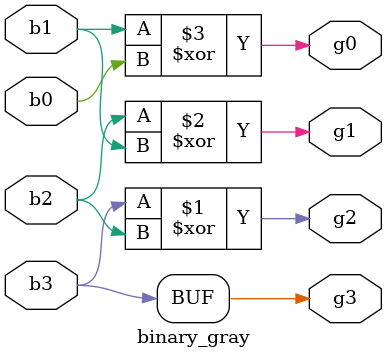
<source format=v>
`timescale 1ns / 1ps


module binary_gray(
    output g3,g2,g1,g0,
    input b3,b2,b1,b0
    );
   /* buf (g3,b3);         //gate level modelling 
    xor (g2,b3,b2);
    xor (g1,b2,b1);
    xor (g0,b1,b0);*/
    
    
    assign g3=b3;
    assign g2=b3^b2;
    assign g1=b2^b1;
    assign g0=b1^b0;
    
    
    /* 
     reg g0,g1,g2,g3;
         always @(*)
             begin 
               case({b3,b2,b1,b0})
                4'b0000:y=4'b0000;            //behavioural modelling
                4'b0001:y=4'b0001;
                4'b0010:y=4'b0011;
                4'b0011:y=4'b0010;
                4'b0100:y=4'b0110;
                4'b0101:y=4'b0111;
                4'b0110:y=4'b0101;
                4'b0111:y=4'b0100;
                4'b1000:y=4'b1100;
                4'b1001:y=4'b1101;
                4'b1010:y=4'b1111;
                4'b1011:y=4'b1110;
                4'b1100:y=4'b1010;
                4'b1101:y=4'b1011;
                4'b1110:y=4'b1001;
                4'b1111:y=4'b1000;
                default:y=4'xxxx;
            endcase
        end
    */
    
endmodule

</source>
